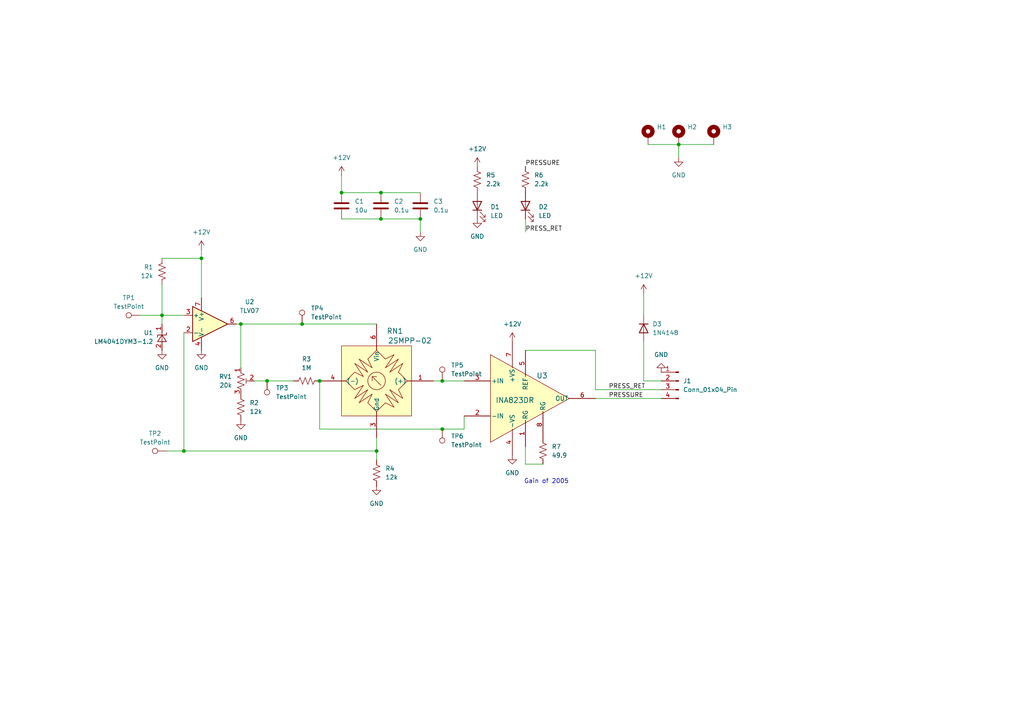
<source format=kicad_sch>
(kicad_sch (version 20250114) (generator "eeschema") (generator_version "9.0")
  (paper "A4")
  (lib_symbols
    (symbol "Amplifier_Operational:TLV2371D" (pin_names (offset 0.127))
      (property "Reference" "U" (at 0 6.35 0))
      (property "Value" "TLV2371D" (at 0 3.81 0))
      (symbol "TLV2371D_0_1"
        (polyline (pts (xy -5.08 5.08) (xy 5.08 0) (xy -5.08 -5.08) (xy -5.08 5.08)) (stroke (width 0.254)) (fill (type background)))
      )
      (symbol "TLV2371D_1_1"
        (pin input line (at -7.62 2.54 0) (length 2.54) (name "+") (number "3"))
        (pin input line (at -7.62 -2.54 0) (length 2.54) (name "-") (number "2"))
        (pin power_in line (at -2.54 7.62 270) (length 3.81) (name "V+") (number "7"))
        (pin no_connect line (at -2.54 2.54 270) (length 2.54) (hide yes) (name "NC") (number "1"))
        (pin power_in line (at -2.54 -7.62 90) (length 3.81) (name "V-") (number "4"))
        (pin no_connect line (at 0 2.54 270) (length 2.54) (hide yes) (name "NC") (number "5"))
        (pin no_connect line (at 0 -2.54 90) (length 2.54) (hide yes) (name "NC") (number "8"))
        (pin output line (at 7.62 0 180) (length 2.54) (name "~") (number "6"))
      )
    )
    (symbol "Connector:Conn_01x04_Pin" (pin_names (offset 1.016) (hide yes))
      (property "Reference" "J" (at 0 5.08 0))
      (property "Value" "Conn_01x04_Pin" (at 0 -7.62 0))
      (symbol "Conn_01x04_Pin_1_1"
        (rectangle (start 0.8636 2.667) (end 0 2.413) (stroke (width 0.1524)) (fill (type outline)))
        (rectangle (start 0.8636 0.127) (end 0 -0.127) (stroke (width 0.1524)) (fill (type outline)))
        (rectangle (start 0.8636 -2.413) (end 0 -2.667) (stroke (width 0.1524)) (fill (type outline)))
        (rectangle (start 0.8636 -4.953) (end 0 -5.207) (stroke (width 0.1524)) (fill (type outline)))
        (polyline (pts (xy 1.27 2.54) (xy 0.8636 2.54)) (stroke (width 0.1524)))
        (polyline (pts (xy 1.27 0) (xy 0.8636 0)) (stroke (width 0.1524)))
        (polyline (pts (xy 1.27 -2.54) (xy 0.8636 -2.54)) (stroke (width 0.1524)))
        (polyline (pts (xy 1.27 -5.08) (xy 0.8636 -5.08)) (stroke (width 0.1524)))
        (pin passive line (at 5.08 2.54 180) (length 3.81) (name "Pin_1") (number "1"))
        (pin passive line (at 5.08 0 180) (length 3.81) (name "Pin_2") (number "2"))
        (pin passive line (at 5.08 -2.54 180) (length 3.81) (name "Pin_3") (number "3"))
        (pin passive line (at 5.08 -5.08 180) (length 3.81) (name "Pin_4") (number "4"))
      )
    )
    (symbol "Connector:TestPoint" (pin_numbers (hide yes)) (pin_names (offset 0.762) (hide yes))
      (property "Reference" "TP" (at 0 6.858 0))
      (property "Value" "TestPoint" (at 0 5.08 0))
      (symbol "TestPoint_0_1"
        (circle (center 0 3.302) (radius 0.762))
      )
      (symbol "TestPoint_1_1"
        (pin passive line (at 0 0 90) (length 2.54) (name "1") (number "1"))
      )
    )
    (symbol "Device:C" (pin_numbers (hide yes)) (pin_names (offset 0.254))
      (property "Reference" "C" (at 0.635 2.54 0))
      (property "Value" "C" (at 0.635 -2.54 0))
      (symbol "C_0_1"
        (polyline (pts (xy -2.032 0.762) (xy 2.032 0.762)) (stroke (width 0.508)))
        (polyline (pts (xy -2.032 -0.762) (xy 2.032 -0.762)) (stroke (width 0.508)))
      )
      (symbol "C_1_1"
        (pin passive line (at 0 3.81 270) (length 2.794) (name "~") (number "1"))
        (pin passive line (at 0 -3.81 90) (length 2.794) (name "~") (number "2"))
      )
    )
    (symbol "Device:LED" (pin_numbers (hide yes)) (pin_names (offset 1.016) (hide yes))
      (property "Reference" "D" (at 0 2.54 0))
      (property "Value" "LED" (at 0 -2.54 0))
      (symbol "LED_0_1"
        (polyline (pts (xy -3.048 -0.762) (xy -4.572 -2.286) (xy -3.81 -2.286) (xy -4.572 -2.286) (xy -4.572 -1.524)))
        (polyline (pts (xy -1.778 -0.762) (xy -3.302 -2.286) (xy -2.54 -2.286) (xy -3.302 -2.286) (xy -3.302 -1.524)))
        (polyline (pts (xy -1.27 0) (xy 1.27 0)))
        (polyline (pts (xy -1.27 -1.27) (xy -1.27 1.27)) (stroke (width 0.254)))
        (polyline (pts (xy 1.27 -1.27) (xy 1.27 1.27) (xy -1.27 0) (xy 1.27 -1.27)) (stroke (width 0.254)))
      )
      (symbol "LED_1_1"
        (pin passive line (at -3.81 0 0) (length 2.54) (name "K") (number "1"))
        (pin passive line (at 3.81 0 180) (length 2.54) (name "A") (number "2"))
      )
    )
    (symbol "Device:R_Potentiometer_Trim_US" (pin_names (offset 1.016) (hide yes))
      (property "Reference" "RV" (at -4.445 0 90))
      (property "Value" "R_Potentiometer_Trim_US" (at -2.54 0 90))
      (symbol "R_Potentiometer_Trim_US_0_1"
        (polyline (pts (xy 0 2.286) (xy 0 2.54)))
        (polyline (pts (xy 0 2.286) (xy 1.016 1.905) (xy 0 1.524) (xy -1.016 1.143) (xy 0 0.762)))
        (polyline (pts (xy 0 0.762) (xy 1.016 0.381) (xy 0 0) (xy -1.016 -0.381) (xy 0 -0.762)))
        (polyline (pts (xy 0 -0.762) (xy 1.016 -1.143) (xy 0 -1.524) (xy -1.016 -1.905) (xy 0 -2.286)))
        (polyline (pts (xy 0 -2.286) (xy 0 -2.54)))
        (polyline (pts (xy 1.524 0.762) (xy 1.524 -0.762)))
        (polyline (pts (xy 2.54 0) (xy 1.524 0)))
      )
      (symbol "R_Potentiometer_Trim_US_1_1"
        (pin passive line (at 0 3.81 270) (length 1.27) (name "1") (number "1"))
        (pin passive line (at 0 -3.81 90) (length 1.27) (name "3") (number "3"))
        (pin passive line (at 3.81 0 180) (length 1.27) (name "2") (number "2"))
      )
    )
    (symbol "Device:R_US" (pin_numbers (hide yes)) (pin_names (offset 0))
      (property "Reference" "R" (at 2.54 0 90))
      (property "Value" "R_US" (at -2.54 0 90))
      (symbol "R_US_0_1"
        (polyline (pts (xy 0 2.286) (xy 0 2.54)))
        (polyline (pts (xy 0 2.286) (xy 1.016 1.905) (xy 0 1.524) (xy -1.016 1.143) (xy 0 0.762)))
        (polyline (pts (xy 0 0.762) (xy 1.016 0.381) (xy 0 0) (xy -1.016 -0.381) (xy 0 -0.762)))
        (polyline (pts (xy 0 -0.762) (xy 1.016 -1.143) (xy 0 -1.524) (xy -1.016 -1.905) (xy 0 -2.286)))
        (polyline (pts (xy 0 -2.286) (xy 0 -2.54)))
      )
      (symbol "R_US_1_1"
        (pin passive line (at 0 3.81 270) (length 1.27) (name "~") (number "1"))
        (pin passive line (at 0 -3.81 90) (length 1.27) (name "~") (number "2"))
      )
    )
    (symbol "Diode:1N4148" (pin_numbers (hide yes)) (pin_names (hide yes))
      (property "Reference" "D" (at 0 2.54 0))
      (property "Value" "1N4148" (at 0 -2.54 0))
      (symbol "1N4148_0_1"
        (polyline (pts (xy -1.27 1.27) (xy -1.27 -1.27)) (stroke (width 0.254)))
        (polyline (pts (xy 1.27 1.27) (xy 1.27 -1.27) (xy -1.27 0) (xy 1.27 1.27)) (stroke (width 0.254)))
        (polyline (pts (xy 1.27 0) (xy -1.27 0)))
      )
      (symbol "1N4148_1_1"
        (pin passive line (at -3.81 0 0) (length 2.54) (name "K") (number "1"))
        (pin passive line (at 3.81 0 180) (length 2.54) (name "A") (number "2"))
      )
    )
    (symbol "Mechanical:MountingHole_Pad" (pin_numbers (hide yes)) (pin_names (offset 1.016) (hide yes)) (in_bom no)
      (property "Reference" "H" (at 0 6.35 0))
      (property "Value" "MountingHole_Pad" (at 0 4.445 0))
      (symbol "MountingHole_Pad_0_1"
        (circle (center 0 1.27) (radius 1.27) (stroke (width 1.27)))
      )
      (symbol "MountingHole_Pad_1_1"
        (pin input line (at 0 -2.54 90) (length 2.54) (name "1") (number "1"))
      )
    )
    (symbol "Reference_Voltage:LM4040DBZ-2.0" (pin_names (offset 0.0254) (hide yes))
      (property "Reference" "U" (at 0 2.54 0))
      (property "Value" "LM4040DBZ-2.0" (at 0 -3.175 0))
      (symbol "LM4040DBZ-2.0_0_1"
        (polyline (pts (xy -1.27 0) (xy 0 0) (xy 1.27 0)))
        (polyline (pts (xy -1.27 -1.27) (xy 0.635 0) (xy -1.27 1.27) (xy -1.27 -1.27)) (stroke (width 0.2032)))
        (polyline (pts (xy 0 -1.27) (xy 0.635 -1.27) (xy 0.635 1.27) (xy 1.27 1.27)) (stroke (width 0.2032)))
      )
      (symbol "LM4040DBZ-2.0_1_1"
        (pin passive line (at -3.81 0 0) (length 2.54) (name "A") (number "2"))
        (pin no_connect line (at -1.27 0 0) (length 2.54) (hide yes) (name "NC") (number "3"))
        (pin passive line (at 3.81 0 180) (length 2.54) (name "K") (number "1"))
      )
    )
    (symbol "bubbler:2SMPP-02" (pin_names (offset 0.254))
      (property "Reference" "RN" (at 1.524 11.938 0))
      (property "Value" "2SMPP-02" (at 6.858 -11.43 0))
      (symbol "2SMPP-02_0_1"
        (pin passive line (at -16.51 0 0) (length 7.62) (name "(+)") (number "1"))
        (pin power_in line (at 0 16.51 270) (length 7.62) (name "Vin") (number "6"))
        (pin power_out line (at 0 -16.51 90) (length 7.62) (name "Gnd") (number "3"))
        (pin passive line (at 16.51 0 180) (length 7.62) (name "(-)") (number "4"))
      )
      (symbol "2SMPP-02_1_1"
        (rectangle (start -10.16 10.16) (end 10.16 -10.16) (fill (type background)))
        (polyline (pts (xy -8.89 0) (xy -6.35 -2.54) (xy -7.62 -5.08) (xy -3.81 -2.54) (xy -6.35 -6.35) (xy -2.54 -3.81) (xy -5.08 -7.62) (xy -2.54 -6.35)))
        (polyline (pts (xy -6.35 2.54) (xy -8.89 0)))
        (polyline (pts (xy -2.54 -6.35) (xy 0 -8.89) (xy 2.54 -6.35)))
        (polyline (pts (xy -1.27 -1.27) (xy 1.27 1.27) (xy 1.27 0) (xy 1.27 1.27) (xy 0 1.27)))
        (polyline (pts (xy 0 8.89) (xy -2.54 6.35) (xy -5.08 7.62) (xy -2.54 3.81) (xy -6.35 6.35) (xy -3.81 2.54) (xy -7.62 5.08) (xy -6.35 2.54)))
        (polyline (pts (xy 0 8.89) (xy 2.54 6.35) (xy 1.27 3.81) (xy 5.08 6.35) (xy 2.54 2.54) (xy 6.35 5.08) (xy 3.81 1.27) (xy 6.35 2.54)))
        (circle (center 0 0) (radius 2.54))
        (polyline (pts (xy 6.35 2.54) (xy 8.89 0)))
        (polyline (pts (xy 8.89 0) (xy 6.35 -2.54) (xy 3.81 -1.27) (xy 6.35 -5.08) (xy 2.54 -2.54) (xy 5.08 -6.35) (xy 1.27 -3.81) (xy 2.54 -6.35)))
      )
    )
    (symbol "bubbler:INA823DR" (pin_names (offset 0.254))
      (property "Reference" "U" (at 12.446 4.318 0))
      (property "Value" "INA823DR" (at 9.906 7.366 0))
      (symbol "INA823DR_0_1"
        (pin input line (at -13.97 5.08 0) (length 7.62) (name "+IN") (number "3"))
        (pin input line (at -13.97 -5.08 0) (length 7.62) (name "-IN") (number "2"))
        (pin power_in line (at 0 16.51 270) (length 7.62) (name "+VS") (number "7"))
        (pin power_in line (at 0 -16.51 90) (length 7.62) (name "-VS") (number "4"))
        (pin input line (at 3.81 13.97 270) (length 7.62) (name "REF") (number "5"))
        (pin unspecified line (at 3.81 -13.97 90) (length 7.62) (name "RG") (number "1"))
        (pin unspecified line (at 8.89 -11.43 90) (length 7.62) (name "RG") (number "8"))
        (pin output line (at 24.13 0 180) (length 7.62) (name "OUT") (number "6"))
      )
      (symbol "INA823DR_1_1"
        (polyline (pts (xy -6.35 12.7) (xy -6.35 -12.7) (xy 16.51 0) (xy -6.35 12.7)) (fill (type background)))
      )
    )
    (symbol "power:+12V" (power) (pin_numbers (hide yes)) (pin_names (offset 0) (hide yes))
      (property "Value" "+12V" (at 0 3.556 0))
      (symbol "+12V_0_1"
        (polyline (pts (xy -0.762 1.27) (xy 0 2.54)))
        (polyline (pts (xy 0 2.54) (xy 0.762 1.27)))
        (polyline (pts (xy 0 0) (xy 0 2.54)))
      )
      (symbol "+12V_1_1"
        (pin power_in line (at 0 0 90) (length 0) (name "~") (number "1"))
      )
    )
    (symbol "power:GND" (power) (pin_numbers (hide yes)) (pin_names (offset 0) (hide yes))
      (property "Value" "GND" (at 0 -3.81 0))
      (symbol "GND_0_1"
        (polyline (pts (xy 0 0) (xy 0 -1.27) (xy 1.27 -1.27) (xy 0 -2.54) (xy -1.27 -1.27) (xy 0 -1.27)))
      )
      (symbol "GND_1_1"
        (pin power_in line (at 0 0 270) (length 0) (name "~") (number "1"))
      )
    )
  )
  (text "Gain of 2005" (at 158.496 139.7 0) (effects (font (size 1.27 1.27))))
  (junction (at 121.92 63.5))
  (junction (at 58.42 74.93))
  (junction (at 99.06 55.88))
  (junction (at 87.63 93.98))
  (junction (at 110.49 55.88))
  (junction (at 110.49 63.5))
  (junction (at 109.22 130.81))
  (junction (at 77.47 110.49))
  (junction (at 128.27 110.49))
  (junction (at 53.34 130.81))
  (junction (at 46.99 91.44))
  (junction (at 128.27 124.46))
  (junction (at 196.85 41.91))
  (junction (at 92.71 110.49))
  (junction (at 69.85 93.98))
  (wire (pts (xy 152.4 101.6) (xy 172.72 101.6)))
  (wire (pts (xy 134.62 124.46) (xy 134.62 120.65)))
  (wire (pts (xy 58.42 72.39) (xy 58.42 74.93)))
  (wire (pts (xy 172.72 113.03) (xy 191.77 113.03)))
  (wire (pts (xy 53.34 130.81) (xy 109.22 130.81)))
  (wire (pts (xy 186.69 85.09) (xy 186.69 91.44)))
  (wire (pts (xy 110.49 55.88) (xy 121.92 55.88)))
  (wire (pts (xy 99.06 55.88) (xy 110.49 55.88)))
  (wire (pts (xy 186.69 110.49) (xy 191.77 110.49)))
  (wire (pts (xy 58.42 74.93) (xy 58.42 86.36)))
  (wire (pts (xy 73.66 110.49) (xy 77.47 110.49)))
  (wire (pts (xy 46.99 82.55) (xy 46.99 91.44)))
  (wire (pts (xy 196.85 41.91) (xy 196.85 45.72)))
  (wire (pts (xy 172.72 101.6) (xy 172.72 113.03)))
  (wire (pts (xy 69.85 93.98) (xy 69.85 106.68)))
  (wire (pts (xy 53.34 96.52) (xy 53.34 130.81)))
  (wire (pts (xy 196.85 41.91) (xy 207.01 41.91)))
  (wire (pts (xy 46.99 91.44) (xy 53.34 91.44)))
  (wire (pts (xy 109.22 93.98) (xy 87.63 93.98)))
  (wire (pts (xy 69.85 93.98) (xy 87.63 93.98)))
  (wire (pts (xy 68.58 93.98) (xy 69.85 93.98)))
  (wire (pts (xy 109.22 127) (xy 109.22 130.81)))
  (wire (pts (xy 121.92 63.5) (xy 121.92 67.31)))
  (wire (pts (xy 125.73 110.49) (xy 128.27 110.49)))
  (wire (pts (xy 77.47 110.49) (xy 85.09 110.49)))
  (wire (pts (xy 99.06 50.8) (xy 99.06 55.88)))
  (wire (pts (xy 48.26 130.81) (xy 53.34 130.81)))
  (wire (pts (xy 46.99 93.98) (xy 46.99 91.44)))
  (wire (pts (xy 152.4 134.62) (xy 152.4 129.54)))
  (wire (pts (xy 157.48 134.62) (xy 152.4 134.62)))
  (wire (pts (xy 172.72 115.57) (xy 191.77 115.57)))
  (wire (pts (xy 46.99 74.93) (xy 58.42 74.93)))
  (wire (pts (xy 40.64 91.44) (xy 46.99 91.44)))
  (wire (pts (xy 92.71 110.49) (xy 92.71 124.46)))
  (wire (pts (xy 99.06 63.5) (xy 110.49 63.5)))
  (wire (pts (xy 109.22 130.81) (xy 109.22 133.35)))
  (wire (pts (xy 187.96 41.91) (xy 196.85 41.91)))
  (wire (pts (xy 110.49 63.5) (xy 121.92 63.5)))
  (wire (pts (xy 128.27 110.49) (xy 134.62 110.49)))
  (wire (pts (xy 92.71 124.46) (xy 128.27 124.46)))
  (wire (pts (xy 152.4 63.5) (xy 152.4 67.31)))
  (wire (pts (xy 128.27 124.46) (xy 134.62 124.46)))
  (wire (pts (xy 186.69 99.06) (xy 186.69 110.49)))
  (label "PRESSURE" (at 176.53 115.57 0))
  (label "PRESSURE" (at 152.4 48.26 0))
  (label "PRESS_RET" (at 152.4 67.31 0))
  (label "PRESS_RET" (at 176.53 113.03 0))
  (symbol (lib_id "power:GND") (at 109.22 140.97 0) (unit 1)
    (property "Reference" "#PWR06" (effects (hide yes)))
    (property "Value" "GND" (at 109.22 146.05 0))
    (property "Description" "Power symbol creates a global label with name \"GND\" , ground" (effects (hide yes)))
  )
  (symbol (lib_id "Device:LED") (at 152.4 59.69 90) (unit 1)
    (property "Reference" "D2" (at 156.21 60.0074 90) (effects (justify right)))
    (property "Value" "LED" (at 156.21 62.5474 90) (effects (justify right)))
    (property "Footprint" "LED_SMD:LED_0805_2012Metric" (effects (hide yes)))
    (property "Description" "Light emitting diode" (effects (hide yes)))
    (property "Sim.Pins" "1=K 2=A" (effects (hide yes)))
  )
  (symbol (lib_id "power:GND") (at 58.42 101.6 0) (unit 1)
    (property "Reference" "#PWR03" (effects (hide yes)))
    (property "Value" "GND" (at 58.42 106.68 0))
    (property "Description" "Power symbol creates a global label with name \"GND\" , ground" (effects (hide yes)))
  )
  (symbol (lib_id "bubbler:INA823DR") (at 148.59 115.57 0) (unit 1)
    (property "Reference" "U3" (at 157.226 108.966 0) (effects (font (size 1.524 1.524))))
    (property "Value" "INA823DR" (at 149.352 116.078 0) (effects (font (size 1.524 1.524))))
    (property "Footprint" "Package_SO:SOIC-8_5.3x6.2mm_P1.27mm" (effects (hide yes)))
    (property "Datasheet" "https://www.ti.com/lit/ds/symlink/ina823.pdf" (effects (hide yes)))
    (property "Description" "Precision, Low-Power, Wide-Supply (2.7-V to 36-V) Instrumentation Amplifier" (effects (hide yes)))
  )
  (symbol (lib_id "Device:R_US") (at 157.48 130.81 0) (unit 1)
    (property "Reference" "R7" (at 160.02 129.5399 0) (effects (justify left)))
    (property "Value" "49.9" (at 160.02 132.0799 0) (effects (justify left)))
    (property "Footprint" "Resistor_SMD:R_0805_2012Metric" (effects (hide yes)))
    (property "Description" "Resistor, US symbol" (effects (hide yes)))
  )
  (symbol (lib_id "power:GND") (at 138.43 63.5 0) (unit 1)
    (property "Reference" "#PWR09" (effects (hide yes)))
    (property "Value" "GND" (at 138.43 68.58 0))
    (property "Description" "Power symbol creates a global label with name \"GND\" , ground" (effects (hide yes)))
  )
  (symbol (lib_id "Connector:TestPoint") (at 128.27 124.46 180) (unit 1)
    (property "Reference" "TP6" (at 130.81 126.4919 0) (effects (justify right)))
    (property "Value" "TestPoint" (at 130.81 129.0319 0) (effects (justify right)))
    (property "Footprint" "bubbler:TestPoint_Keystone_5015_Micro_Mini" (effects (hide yes)))
    (property "Description" "test point" (effects (hide yes)))
  )
  (symbol (lib_id "power:+12V") (at 138.43 48.26 0) (unit 1)
    (property "Reference" "#PWR08" (effects (hide yes)))
    (property "Value" "+12V" (at 138.43 43.18 0))
    (property "Description" "Power symbol creates a global label with name \"+12V\"" (effects (hide yes)))
  )
  (symbol (lib_id "power:GND") (at 46.99 101.6 0) (unit 1)
    (property "Reference" "#PWR01" (effects (hide yes)))
    (property "Value" "GND" (at 46.99 106.68 0))
    (property "Description" "Power symbol creates a global label with name \"GND\" , ground" (effects (hide yes)))
  )
  (symbol (lib_id "Device:C") (at 99.06 59.69 0) (unit 1)
    (property "Reference" "C1" (at 102.87 58.4199 0) (effects (justify left)))
    (property "Value" "10u" (at 102.87 60.9599 0) (effects (justify left)))
    (property "Footprint" "Capacitor_SMD:C_1206_3216Metric" (effects (hide yes)))
  )
  (symbol (lib_id "power:GND") (at 69.85 121.92 0) (unit 1)
    (property "Reference" "#PWR04" (effects (hide yes)))
    (property "Value" "GND" (at 69.85 127 0))
    (property "Description" "Power symbol creates a global label with name \"GND\" , ground" (effects (hide yes)))
  )
  (symbol (lib_id "Connector:TestPoint") (at 48.26 130.81 90) (unit 1)
    (property "Reference" "TP2" (at 44.958 125.73 90))
    (property "Value" "TestPoint" (at 44.958 128.27 90))
    (property "Footprint" "bubbler:TestPoint_Keystone_5015_Micro_Mini" (effects (hide yes)))
    (property "Description" "test point" (effects (hide yes)))
  )
  (symbol (lib_id "Mechanical:MountingHole_Pad") (at 196.85 39.37 0) (unit 1) (in_bom no)
    (property "Reference" "H2" (at 199.39 36.8299 0) (effects (justify left)))
    (property "Value" "MountingHole_Pad" (effects (hide yes)))
    (property "Footprint" "MountingHole:MountingHole_3.2mm_M3_DIN965_Pad" (effects (hide yes)))
    (property "Description" "Mounting Hole with connection" (effects (hide yes)))
  )
  (symbol (lib_id "power:GND") (at 191.77 107.95 180) (unit 1)
    (property "Reference" "#PWR013" (effects (hide yes)))
    (property "Value" "GND" (at 191.77 102.87 0))
    (property "Description" "Power symbol creates a global label with name \"GND\" , ground" (effects (hide yes)))
  )
  (symbol (lib_id "Connector:TestPoint") (at 77.47 110.49 180) (unit 1)
    (property "Reference" "TP3" (at 80.01 112.5219 0) (effects (justify right)))
    (property "Value" "TestPoint" (at 80.01 115.0619 0) (effects (justify right)))
    (property "Footprint" "bubbler:TestPoint_Keystone_5015_Micro_Mini" (effects (hide yes)))
    (property "Description" "test point" (effects (hide yes)))
  )
  (symbol (lib_id "power:GND") (at 148.59 132.08 0) (unit 1)
    (property "Reference" "#PWR011" (effects (hide yes)))
    (property "Value" "GND" (at 148.59 137.16 0))
    (property "Description" "Power symbol creates a global label with name \"GND\" , ground" (effects (hide yes)))
  )
  (symbol (lib_id "Device:R_US") (at 109.22 137.16 0) (unit 1)
    (property "Reference" "R4" (at 111.76 135.8899 0) (effects (justify left)))
    (property "Value" "12k" (at 111.76 138.4299 0) (effects (justify left)))
    (property "Footprint" "Resistor_SMD:R_0805_2012Metric" (effects (hide yes)))
    (property "Description" "Resistor, US symbol" (effects (hide yes)))
  )
  (symbol (lib_id "Device:R_US") (at 46.99 78.74 0) (mirror y) (unit 1)
    (property "Reference" "R1" (at 44.45 77.4699 0) (effects (justify left)))
    (property "Value" "12k" (at 44.45 80.0099 0) (effects (justify left)))
    (property "Footprint" "Resistor_SMD:R_0805_2012Metric" (effects (hide yes)))
    (property "Description" "Resistor, US symbol" (effects (hide yes)))
  )
  (symbol (lib_id "Device:C") (at 121.92 59.69 0) (unit 1)
    (property "Reference" "C3" (at 125.73 58.4199 0) (effects (justify left)))
    (property "Value" "0.1u" (at 125.73 60.9599 0) (effects (justify left)))
    (property "Footprint" "Capacitor_SMD:C_0805_2012Metric" (effects (hide yes)))
  )
  (symbol (lib_id "Reference_Voltage:LM4040DBZ-2.0") (at 46.99 97.79 270) (mirror x) (unit 1)
    (property "Reference" "U1" (at 44.45 96.5199 90) (effects (justify right)))
    (property "Value" "LM4041DYM3-1.2" (at 44.45 99.0599 90) (effects (justify right)))
    (property "Footprint" "Package_TO_SOT_SMD:SOT-23" (effects (hide yes)))
    (property "Datasheet" "https://ww1.microchip.com/downloads/en/DeviceDoc/LM4040-41-Precision-Micropower-Shunt-Voltage-Reference-DS20005757B.pdf" (effects (hide yes)))
    (property "Description" "1.225V Precision Micropower Shunt Voltage Reference, SOT-23" (effects (hide yes)))
  )
  (symbol (lib_id "Device:R_US") (at 69.85 118.11 0) (unit 1)
    (property "Reference" "R2" (at 72.39 116.8399 0) (effects (justify left)))
    (property "Value" "12k" (at 72.39 119.3799 0) (effects (justify left)))
    (property "Footprint" "Resistor_SMD:R_0805_2012Metric" (effects (hide yes)))
    (property "Description" "Resistor, US symbol" (effects (hide yes)))
  )
  (symbol (lib_id "Diode:1N4148") (at 186.69 95.25 270) (unit 1)
    (property "Reference" "D3" (at 189.23 93.9799 90) (effects (justify left)))
    (property "Value" "1N4148" (at 189.23 96.5199 90) (effects (justify left)))
    (property "Footprint" "Diode_THT:D_DO-35_SOD27_P7.62mm_Horizontal" (effects (hide yes)))
    (property "Datasheet" "https://assets.nexperia.com/documents/data-sheet/1N4148_1N4448.pdf" (effects (hide yes)))
    (property "Description" "100V 0.15A standard switching diode, DO-35" (effects (hide yes)))
    (property "Sim.Device" "D" (effects (hide yes)))
    (property "Sim.Pins" "1=K 2=A" (effects (hide yes)))
  )
  (symbol (lib_id "Device:R_US") (at 138.43 52.07 0) (unit 1)
    (property "Reference" "R5" (at 140.97 50.7999 0) (effects (justify left)))
    (property "Value" "2.2k" (at 140.97 53.3399 0) (effects (justify left)))
    (property "Footprint" "Resistor_SMD:R_0603_1608Metric" (effects (hide yes)))
    (property "Description" "Resistor, US symbol" (effects (hide yes)))
  )
  (symbol (lib_id "Connector:Conn_01x04_Pin") (at 196.85 110.49 0) (mirror y) (unit 1)
    (property "Reference" "J1" (at 198.12 110.4899 0) (effects (justify right)))
    (property "Value" "Conn_01x04_Pin" (at 198.12 113.0299 0) (effects (justify right)))
    (property "Footprint" "Connector_PinHeader_2.54mm:PinHeader_1x04_P2.54mm_Vertical" (effects (hide yes)))
    (property "Description" "Generic connector, single row, 01x04, script generated" (effects (hide yes)))
  )
  (symbol (lib_id "power:+12V") (at 58.42 72.39 0) (unit 1)
    (property "Reference" "#PWR02" (effects (hide yes)))
    (property "Value" "+12V" (at 58.42 67.31 0))
    (property "Description" "Power symbol creates a global label with name \"+12V\"" (effects (hide yes)))
  )
  (symbol (lib_id "Mechanical:MountingHole_Pad") (at 187.96 39.37 0) (unit 1) (in_bom no)
    (property "Reference" "H1" (at 190.5 36.8299 0) (effects (justify left)))
    (property "Value" "MountingHole_Pad" (effects (hide yes)))
    (property "Footprint" "MountingHole:MountingHole_3.2mm_M3_DIN965_Pad" (effects (hide yes)))
    (property "Description" "Mounting Hole with connection" (effects (hide yes)))
  )
  (symbol (lib_id "power:+12V") (at 99.06 50.8 0) (unit 1)
    (property "Reference" "#PWR05" (effects (hide yes)))
    (property "Value" "+12V" (at 99.06 45.72 0))
    (property "Description" "Power symbol creates a global label with name \"+12V\"" (effects (hide yes)))
  )
  (symbol (lib_id "Device:C") (at 110.49 59.69 0) (unit 1)
    (property "Reference" "C2" (at 114.3 58.4199 0) (effects (justify left)))
    (property "Value" "0.1u" (at 114.3 60.9599 0) (effects (justify left)))
    (property "Footprint" "Capacitor_SMD:C_0603_1608Metric" (effects (hide yes)))
    (property "Description" "Unpolarized capacitor" (effects (hide yes)))
  )
  (symbol (lib_id "power:GND") (at 196.85 45.72 0) (unit 1)
    (property "Reference" "#PWR014" (effects (hide yes)))
    (property "Value" "GND" (at 196.85 50.8 0))
    (property "Description" "Power symbol creates a global label with name \"GND\" , ground" (effects (hide yes)))
  )
  (symbol (lib_id "Amplifier_Operational:TLV2371D") (at 60.96 93.98 0) (unit 1)
    (property "Reference" "U2" (at 72.39 87.5598 0))
    (property "Value" "TLV07" (at 72.39 90.0998 0))
    (property "Footprint" "Package_SO:SOIC-8_3.9x4.9mm_P1.27mm" (effects (hide yes)))
    (property "Datasheet" "http://www.ti.com/lit/ds/symlink/tlv2375.pdf" (effects (hide yes)))
    (property "Description" "Rail-to-Rail Input/Output Operational Amplifier, SOIC-8" (effects (hide yes)))
  )
  (symbol (lib_id "Device:R_US") (at 88.9 110.49 90) (unit 1)
    (property "Reference" "R3" (at 88.9 104.14 90))
    (property "Value" "1M" (at 88.9 106.68 90))
    (property "Footprint" "Resistor_SMD:R_0805_2012Metric" (effects (hide yes)))
    (property "Description" "Resistor, US symbol" (effects (hide yes)))
  )
  (symbol (lib_id "Device:R_Potentiometer_Trim_US") (at 69.85 110.49 0) (unit 1)
    (property "Reference" "RV1" (at 67.31 109.2199 0) (effects (justify right)))
    (property "Value" "20k" (at 67.31 111.7599 0) (effects (justify right)))
    (property "Footprint" "Potentiometer_THT:Potentiometer_Bourns_3266Z_Horizontal" (effects (hide yes)))
    (property "Description" "Trim-potentiometer, US symbol" (effects (hide yes)))
  )
  (symbol (lib_id "power:+12V") (at 148.59 99.06 0) (unit 1)
    (property "Reference" "#PWR010" (effects (hide yes)))
    (property "Value" "+12V" (at 148.59 93.98 0))
    (property "Description" "Power symbol creates a global label with name \"+12V\"" (effects (hide yes)))
  )
  (symbol (lib_id "Connector:TestPoint") (at 87.63 93.98 0) (unit 1)
    (property "Reference" "TP4" (at 90.17 89.4079 0) (effects (justify left)))
    (property "Value" "TestPoint" (at 90.17 91.9479 0) (effects (justify left)))
    (property "Footprint" "bubbler:TestPoint_Keystone_5015_Micro_Mini" (effects (hide yes)))
    (property "Description" "test point" (effects (hide yes)))
  )
  (symbol (lib_id "bubbler:2SMPP-02") (at 109.22 110.49 0) (mirror y) (unit 1)
    (property "Reference" "RN1" (at 114.554 96.012 0) (effects (font (size 1.524 1.524))))
    (property "Value" "2SMPP-02" (at 118.872 98.806 0) (effects (font (size 1.524 1.524))))
    (property "Footprint" "bubbler:2SMPP-02_OMR" (effects (hide yes)))
    (property "Datasheet" "https://omronfs.omron.com/en_US/ecb/products/pdf/en-2smpp-02.pdf" (effects (hide yes)))
    (property "Description" "MEMS Gauge Pressure Sensor Featuring Small Size and Low  Power Consumption" (effects (hide yes)))
  )
  (symbol (lib_id "Device:R_US") (at 152.4 52.07 0) (unit 1)
    (property "Reference" "R6" (at 154.94 50.7999 0) (effects (justify left)))
    (property "Value" "2.2k" (at 154.94 53.3399 0) (effects (justify left)))
    (property "Footprint" "Resistor_SMD:R_0603_1608Metric" (effects (hide yes)))
    (property "Description" "Resistor, US symbol" (effects (hide yes)))
  )
  (symbol (lib_id "Device:LED") (at 138.43 59.69 90) (unit 1)
    (property "Reference" "D1" (at 142.24 60.0074 90) (effects (justify right)))
    (property "Value" "LED" (at 142.24 62.5474 90) (effects (justify right)))
    (property "Footprint" "LED_SMD:LED_0805_2012Metric" (effects (hide yes)))
    (property "Description" "Light emitting diode" (effects (hide yes)))
    (property "Sim.Pins" "1=K 2=A" (effects (hide yes)))
  )
  (symbol (lib_id "power:GND") (at 121.92 67.31 0) (unit 1)
    (property "Reference" "#PWR07" (effects (hide yes)))
    (property "Value" "GND" (at 121.92 72.39 0))
    (property "Description" "Power symbol creates a global label with name \"GND\" , ground" (effects (hide yes)))
  )
  (symbol (lib_id "Connector:TestPoint") (at 128.27 110.49 0) (unit 1)
    (property "Reference" "TP5" (at 130.81 105.9179 0) (effects (justify left)))
    (property "Value" "TestPoint" (at 130.81 108.4579 0) (effects (justify left)))
    (property "Footprint" "bubbler:TestPoint_Keystone_5015_Micro_Mini" (effects (hide yes)))
    (property "Description" "test point" (effects (hide yes)))
  )
  (symbol (lib_id "Connector:TestPoint") (at 40.64 91.44 90) (unit 1)
    (property "Reference" "TP1" (at 37.338 86.36 90))
    (property "Value" "TestPoint" (at 37.338 88.9 90))
    (property "Footprint" "bubbler:TestPoint_Keystone_5015_Micro_Mini" (effects (hide yes)))
    (property "Description" "test point" (effects (hide yes)))
  )
  (symbol (lib_id "power:+12V") (at 186.69 85.09 0) (unit 1)
    (property "Reference" "#PWR012" (effects (hide yes)))
    (property "Value" "+12V" (at 186.69 80.01 0))
    (property "Description" "Power symbol creates a global label with name \"+12V\"" (effects (hide yes)))
  )
  (symbol (lib_id "Mechanical:MountingHole_Pad") (at 207.01 39.37 0) (unit 1) (in_bom no)
    (property "Reference" "H3" (at 209.55 36.8299 0) (effects (justify left)))
    (property "Value" "MountingHole_Pad" (effects (hide yes)))
    (property "Footprint" "MountingHole:MountingHole_3.2mm_M3_DIN965_Pad" (effects (hide yes)))
    (property "Description" "Mounting Hole with connection" (effects (hide yes)))
  )
)
</source>
